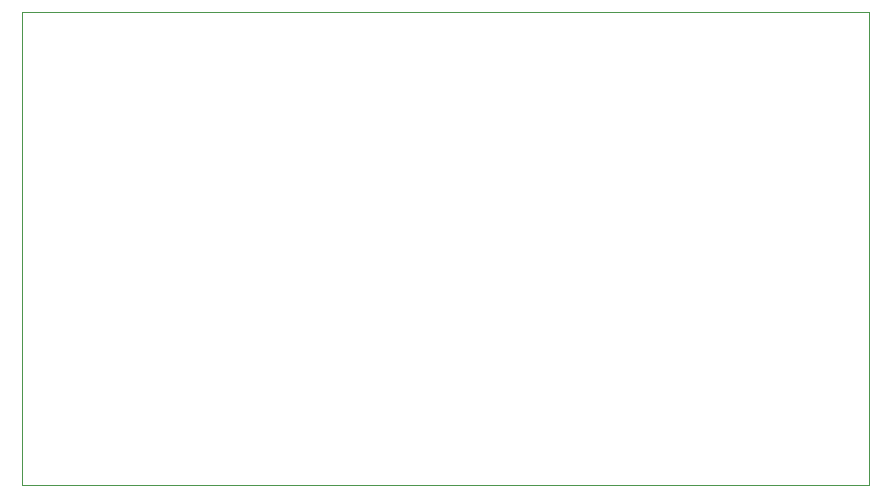
<source format=gbr>
G04 #@! TF.GenerationSoftware,KiCad,Pcbnew,(5.1.5-0-10_14)*
G04 #@! TF.CreationDate,2020-05-21T14:15:11-05:00*
G04 #@! TF.ProjectId,esp12e-oven,65737031-3265-42d6-9f76-656e2e6b6963,rev?*
G04 #@! TF.SameCoordinates,Original*
G04 #@! TF.FileFunction,Profile,NP*
%FSLAX46Y46*%
G04 Gerber Fmt 4.6, Leading zero omitted, Abs format (unit mm)*
G04 Created by KiCad (PCBNEW (5.1.5-0-10_14)) date 2020-05-21 14:15:11*
%MOMM*%
%LPD*%
G04 APERTURE LIST*
%ADD10C,0.100000*%
G04 APERTURE END LIST*
D10*
X103505000Y-71755000D02*
X103505000Y-31750000D01*
X31750000Y-31750000D02*
X31750000Y-32385000D01*
X103505000Y-31750000D02*
X31750000Y-31750000D01*
X31750000Y-71755000D02*
X103505000Y-71755000D01*
X31750000Y-32385000D02*
X31750000Y-71755000D01*
M02*

</source>
